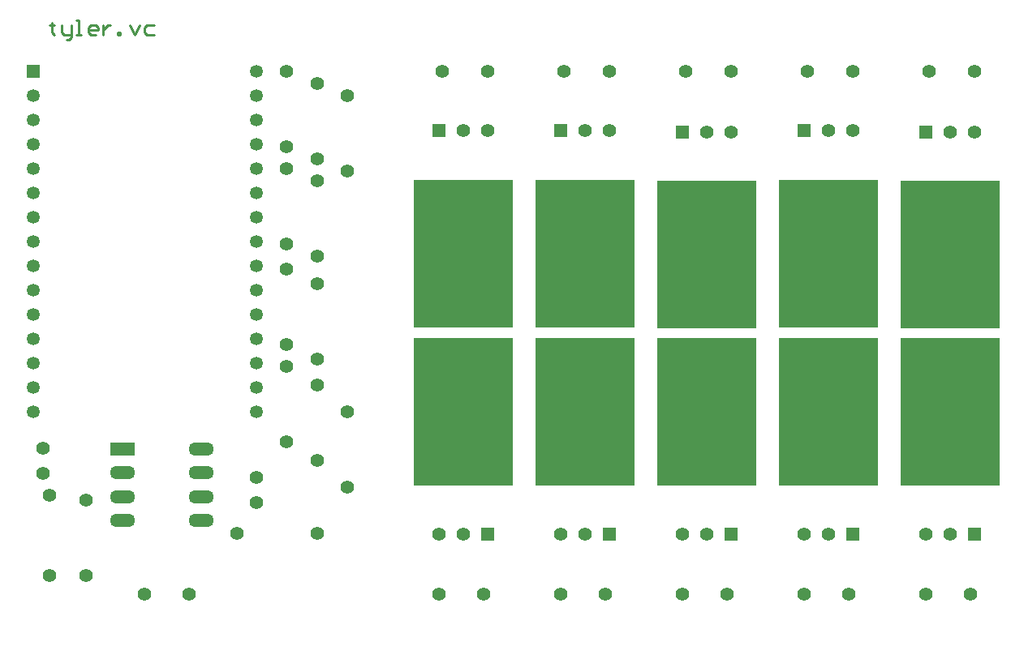
<source format=gts>
G04 Layer_Color=8388736*
%FSAX24Y24*%
%MOIN*%
G70*
G01*
G75*
%ADD19C,0.0100*%
%ADD21R,0.4059X0.6059*%
%ADD22C,0.0059*%
%ADD23C,0.0559*%
%ADD24R,0.0559X0.0559*%
%ADD25R,0.0531X0.0531*%
%ADD26C,0.0531*%
%ADD27O,0.1043X0.0531*%
%ADD28R,0.1043X0.0531*%
D19*
X014350Y048000D02*
X014350Y047900D01*
X014250Y047900D01*
X014450Y047900D01*
X014350Y047900D01*
X014350Y047600D01*
X014450Y047500D01*
X014750Y047900D02*
X014750Y047600D01*
X014850Y047500D01*
X015150Y047500D01*
X015150Y047400D01*
X015050Y047300D01*
X014950Y047300D01*
X015150Y047500D02*
X015150Y047900D01*
X015350Y047500D02*
X015550Y047500D01*
X015450Y047500D01*
X015450Y048100D01*
X015350Y048100D01*
X016149Y047500D02*
X015949Y047500D01*
X015849Y047600D01*
X015849Y047800D01*
X015949Y047900D01*
X016149Y047900D01*
X016249Y047800D01*
X016249Y047700D01*
X015849Y047700D01*
X016449Y047900D02*
X016449Y047500D01*
X016449Y047700D01*
X016549Y047800D01*
X016649Y047900D01*
X016749Y047900D01*
X017049Y047500D02*
X017049Y047600D01*
X017149Y047600D01*
X017149Y047500D01*
X017049Y047500D01*
X017549Y047900D02*
X017749Y047500D01*
X017949Y047900D01*
X018549Y047900D02*
X018249Y047900D01*
X018149Y047800D01*
X018149Y047600D01*
X018249Y047500D01*
X018549Y047500D01*
D21*
X051250Y038450D02*
D03*
X051250Y032000D02*
D03*
X046250Y032000D02*
D03*
X041250Y032000D02*
D03*
X031250Y032000D02*
D03*
X036250Y032000D02*
D03*
X036250Y038500D02*
D03*
X031250Y038500D02*
D03*
X041250Y038450D02*
D03*
X046250Y038500D02*
D03*
D22*
X053250Y022500D02*
D03*
X013250Y022500D02*
D03*
X053250Y048250D02*
D03*
X013250Y048250D02*
D03*
D23*
X014000Y029450D02*
D03*
X014000Y030500D02*
D03*
X022750Y029300D02*
D03*
X022750Y028250D02*
D03*
X052100Y024500D02*
D03*
X050250Y024500D02*
D03*
X020000Y024500D02*
D03*
X018150Y024500D02*
D03*
X050400Y046000D02*
D03*
X052250Y046000D02*
D03*
X051250Y043500D02*
D03*
X052250Y043500D02*
D03*
X026500Y032000D02*
D03*
X026500Y028900D02*
D03*
X025250Y033100D02*
D03*
X025250Y030000D02*
D03*
X024000Y034750D02*
D03*
X024000Y037850D02*
D03*
X024000Y038900D02*
D03*
X024000Y042000D02*
D03*
X025250Y042400D02*
D03*
X025250Y045500D02*
D03*
X024000Y033850D02*
D03*
X024000Y030750D02*
D03*
X025250Y034150D02*
D03*
X025250Y037250D02*
D03*
X025250Y038400D02*
D03*
X025250Y041500D02*
D03*
X026500Y041900D02*
D03*
X026500Y045000D02*
D03*
X024000Y042900D02*
D03*
X024000Y046000D02*
D03*
X015750Y028350D02*
D03*
X015750Y025250D02*
D03*
X030400Y046000D02*
D03*
X032250Y046000D02*
D03*
X014250Y028550D02*
D03*
X014250Y025250D02*
D03*
X025250Y027000D02*
D03*
X021950Y027000D02*
D03*
X050250Y026950D02*
D03*
X051250Y026950D02*
D03*
X045250Y026950D02*
D03*
X046250Y026950D02*
D03*
X040250Y026950D02*
D03*
X041250Y026950D02*
D03*
X030250Y026950D02*
D03*
X031250Y026950D02*
D03*
X035250Y026950D02*
D03*
X036250Y026950D02*
D03*
X037250Y043550D02*
D03*
X036250Y043550D02*
D03*
X032250Y043550D02*
D03*
X031250Y043550D02*
D03*
X042250Y043500D02*
D03*
X041250Y043500D02*
D03*
X047250Y043550D02*
D03*
X046250Y043550D02*
D03*
X047100Y024500D02*
D03*
X045250Y024500D02*
D03*
X042100Y024500D02*
D03*
X040250Y024500D02*
D03*
X032100Y024500D02*
D03*
X030250Y024500D02*
D03*
X037100Y024500D02*
D03*
X035250Y024500D02*
D03*
X035400Y046000D02*
D03*
X037250Y046000D02*
D03*
X040400Y046000D02*
D03*
X042250Y046000D02*
D03*
X045400Y046000D02*
D03*
X047250Y046000D02*
D03*
D24*
X050250Y043500D02*
D03*
X052250Y026950D02*
D03*
X047250Y026950D02*
D03*
X042250Y026950D02*
D03*
X032250Y026950D02*
D03*
X037250Y026950D02*
D03*
X035250Y043550D02*
D03*
X030250Y043550D02*
D03*
X040250Y043500D02*
D03*
X045250Y043550D02*
D03*
D25*
X013600Y046000D02*
D03*
D26*
X013600Y045000D02*
D03*
X013600Y044000D02*
D03*
X013600Y043000D02*
D03*
X013600Y042000D02*
D03*
X013600Y041000D02*
D03*
X013600Y040000D02*
D03*
X013600Y039000D02*
D03*
X013600Y038000D02*
D03*
X013600Y037000D02*
D03*
X013600Y036000D02*
D03*
X013600Y035000D02*
D03*
X013600Y034000D02*
D03*
X013600Y033000D02*
D03*
X013600Y032000D02*
D03*
X022750Y046000D02*
D03*
X022750Y045000D02*
D03*
X022750Y044000D02*
D03*
X022750Y043000D02*
D03*
X022750Y042000D02*
D03*
X022750Y041000D02*
D03*
X022750Y040000D02*
D03*
X022750Y039000D02*
D03*
X022750Y038000D02*
D03*
X022750Y037000D02*
D03*
X022750Y036000D02*
D03*
X022750Y035000D02*
D03*
X022750Y034000D02*
D03*
X022750Y033000D02*
D03*
X022750Y032000D02*
D03*
D27*
X020500Y027516D02*
D03*
X020500Y028500D02*
D03*
X020500Y029484D02*
D03*
X020500Y030468D02*
D03*
X017248Y027516D02*
D03*
X017248Y028500D02*
D03*
X017248Y029484D02*
D03*
D28*
X017248Y030468D02*
D03*
M02*

</source>
